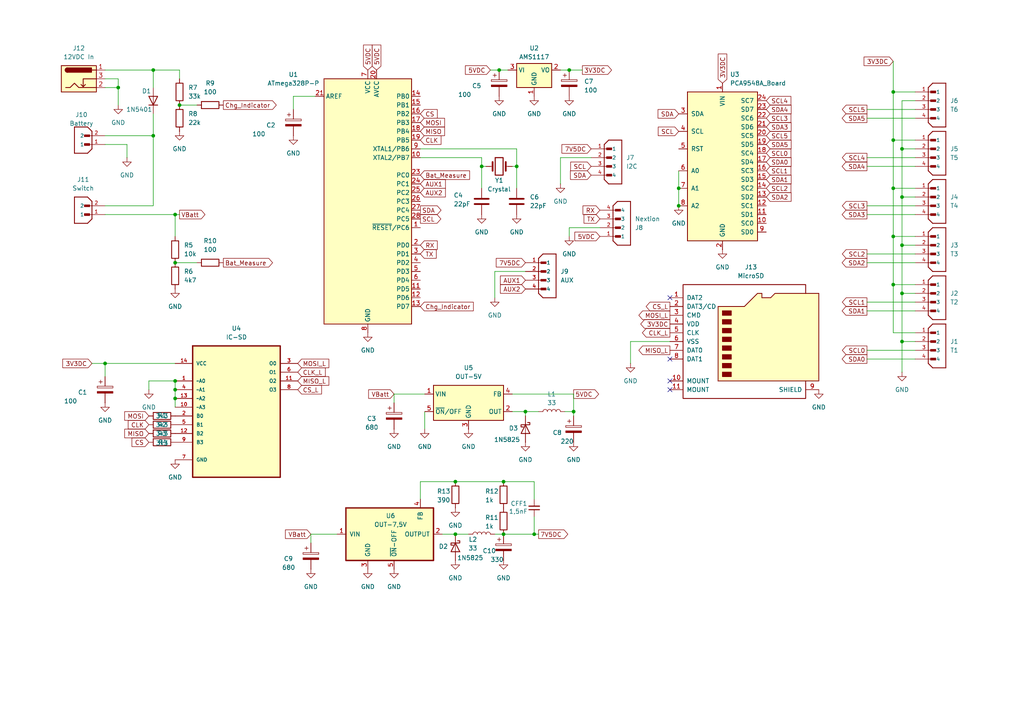
<source format=kicad_sch>
(kicad_sch (version 20231120) (generator "eeschema") (generator_version "8.0")
  (paper "A4")
  (lib_symbols
    (symbol "74VHC125M:74VHC125M" (pin_names (offset 1.016))
      (property "Reference" "U" (at -5.1562 17.8309 0))
      (property "Value" "74VHC125M" (at -4.424 -27.1541 0))
      (symbol "74VHC125M_0_0"
        (pin input line (at -17.78 5.08 0) (length 5.08) (name "~A0") (number "1"))
        (pin input line (at -17.78 -2.54 0) (length 5.08) (name "~A3") (number "10"))
        (pin output line (at 17.78 5.08 180) (length 5.08) (name "O2") (number "11"))
        (pin input line (at -17.78 -10.16 0) (length 5.08) (name "B2") (number "12"))
        (pin input line (at -17.78 0 0) (length 5.08) (name "~A2") (number "13"))
        (pin power_in line (at -17.78 10.16 0) (length 5.08) (name "VCC") (number "14"))
        (pin input line (at -17.78 -5.08 0) (length 5.08) (name "B0") (number "2"))
        (pin output line (at 17.78 10.16 180) (length 5.08) (name "O0") (number "3"))
        (pin input line (at -17.78 2.54 0) (length 5.08) (name "~A1") (number "4"))
        (pin input line (at -17.78 -7.62 0) (length 5.08) (name "B1") (number "5"))
        (pin output line (at 17.78 7.62 180) (length 5.08) (name "O1") (number "6"))
        (pin passive line (at -17.78 -17.78 0) (length 5.08) (name "GND") (number "7"))
        (pin output line (at 17.78 2.54 180) (length 5.08) (name "O3") (number "8"))
        (pin input line (at -17.78 -12.7 0) (length 5.08) (name "B3") (number "9"))
      )
    )
    (symbol "Connector:Barrel_Jack_Switch" (pin_names hide)
      (property "Reference" "J" (at 0 5.334 0))
      (property "Value" "Barrel_Jack_Switch" (at 0 -5.08 0))
      (symbol "Barrel_Jack_Switch_1_1"
        (pin passive line (at 7.62 2.54 180) (length 2.54) (name "~") (number "1"))
        (pin passive line (at 7.62 -2.54 180) (length 2.54) (name "~") (number "2"))
        (pin passive line (at 7.62 0 180) (length 2.54) (name "~") (number "3"))
      )
    )
    (symbol "DM3AT-SF-PEJM5:DM3AT-SF-PEJM5" (pin_names (offset 1.016))
      (property "Reference" "J" (at -10.16 20.828 0))
      (property "Value" "DM3AT-SF-PEJM5" (at -2.54 -17.78 0))
      (symbol "DM3AT-SF-PEJM5_1_1"
        (pin bidirectional line (at -16.51 13.97 0) (length 3.81) (name "DAT2") (number "1"))
        (pin passive line (at -16.51 -10.16 0) (length 3.81) (name "MOUNT") (number "10"))
        (pin passive line (at -16.51 -12.7 0) (length 3.81) (name "MOUNT") (number "11"))
        (pin bidirectional line (at -16.51 11.43 0) (length 3.81) (name "DAT3/CD") (number "2"))
        (pin input line (at -16.51 8.89 0) (length 3.81) (name "CMD") (number "3"))
        (pin power_in line (at -16.51 6.35 0) (length 3.81) (name "VDD") (number "4"))
        (pin input line (at -16.51 3.81 0) (length 3.81) (name "CLK") (number "5"))
        (pin power_in line (at -16.51 1.27 0) (length 3.81) (name "VSS") (number "6"))
        (pin bidirectional line (at -16.51 -1.27 0) (length 3.81) (name "DAT0") (number "7"))
        (pin bidirectional line (at -16.51 -3.81 0) (length 3.81) (name "DAT1") (number "8"))
        (pin passive line (at 26.67 -12.7 180) (length 3.81) (name "SHIELD") (number "9"))
      )
    )
    (symbol "Device:C" (pin_numbers hide) (pin_names (offset 0.254))
      (property "Reference" "C" (at 0.635 2.54 0))
      (property "Value" "C" (at 0.635 -2.54 0))
      (symbol "C_1_1"
        (pin passive line (at 0 3.81 270) (length 2.794) (name "~") (number "1"))
        (pin passive line (at 0 -3.81 90) (length 2.794) (name "~") (number "2"))
      )
    )
    (symbol "Device:C_Polarized" (pin_numbers hide) (pin_names (offset 0.254))
      (property "Reference" "C" (at 0.635 2.54 0))
      (property "Value" "C_Polarized" (at 0.635 -2.54 0))
      (symbol "C_Polarized_1_1"
        (pin passive line (at 0 3.81 270) (length 2.794) (name "~") (number "1"))
        (pin passive line (at 0 -3.81 90) (length 2.794) (name "~") (number "2"))
      )
    )
    (symbol "Device:C_Small" (pin_numbers hide) (pin_names (offset 0.254) hide)
      (property "Reference" "C" (at 0.254 1.778 0))
      (property "Value" "C_Small" (at 0.254 -2.032 0))
      (symbol "C_Small_1_1"
        (pin passive line (at 0 2.54 270) (length 2.032) (name "~") (number "1"))
        (pin passive line (at 0 -2.54 90) (length 2.032) (name "~") (number "2"))
      )
    )
    (symbol "Device:Crystal" (pin_numbers hide) (pin_names (offset 1.016) hide)
      (property "Reference" "Y" (at 0 3.81 0))
      (property "Value" "Crystal" (at 0 -3.81 0))
      (symbol "Crystal_1_1"
        (pin passive line (at -3.81 0 0) (length 1.27) (name "1") (number "1"))
        (pin passive line (at 3.81 0 180) (length 1.27) (name "2") (number "2"))
      )
    )
    (symbol "Device:L" (pin_numbers hide) (pin_names (offset 1.016) hide)
      (property "Reference" "L" (at -1.27 0 90))
      (property "Value" "L" (at 1.905 0 90))
      (symbol "L_1_1"
        (pin passive line (at 0 3.81 270) (length 1.27) (name "1") (number "1"))
        (pin passive line (at 0 -3.81 90) (length 1.27) (name "2") (number "2"))
      )
    )
    (symbol "Device:R" (pin_numbers hide) (pin_names (offset 0))
      (property "Reference" "R" (at 2.032 0 90))
      (property "Value" "R" (at 0 0 90))
      (symbol "R_1_1"
        (pin passive line (at 0 3.81 270) (length 1.27) (name "~") (number "1"))
        (pin passive line (at 0 -3.81 90) (length 1.27) (name "~") (number "2"))
      )
    )
    (symbol "Diode:1N5401" (pin_numbers hide) (pin_names hide)
      (property "Reference" "D" (at 0 2.54 0))
      (property "Value" "1N5401" (at 0 -2.54 0))
      (symbol "1N5401_1_1"
        (pin passive line (at -3.81 0 0) (length 2.54) (name "K") (number "1"))
        (pin passive line (at 3.81 0 180) (length 2.54) (name "A") (number "2"))
      )
    )
    (symbol "Diode:1N5822" (pin_numbers hide) (pin_names (offset 1.016) hide)
      (property "Reference" "D" (at 0 2.54 0))
      (property "Value" "1N5822" (at 0 -2.54 0))
      (symbol "1N5822_1_1"
        (pin passive line (at -3.81 0 0) (length 2.54) (name "K") (number "1"))
        (pin passive line (at 3.81 0 180) (length 2.54) (name "A") (number "2"))
      )
    )
    (symbol "JST2PINFEMALE:B2B-XH-A" (pin_names (offset 1.016))
      (property "Reference" "J" (at -2.54 6.35 0))
      (property "Value" "JST-2PIN" (at -2.54 -5.08 0))
      (symbol "B2B-XH-A_0_0"
        (pin passive line (at -7.62 2.54 0) (length 5.08) (name "1") (number "1"))
        (pin passive line (at -7.62 0 0) (length 5.08) (name "2") (number "2"))
      )
    )
    (symbol "JST4PINFEMALE:B4B-XH-A_LF__SN_" (pin_names (offset 1.016))
      (property "Reference" "J" (at -2.54 6.35 0))
      (property "Value" "JST-4PIN" (at -2.54 -10.16 0))
      (symbol "B4B-XH-A_LF__SN__0_0"
        (pin passive line (at -7.62 2.54 0) (length 5.08) (name "1") (number "1"))
        (pin passive line (at -7.62 0 0) (length 5.08) (name "2") (number "2"))
        (pin passive line (at -7.62 -2.54 0) (length 5.08) (name "3") (number "3"))
        (pin passive line (at -7.62 -5.08 0) (length 5.08) (name "4") (number "4"))
      )
    )
    (symbol "LM2596-ADJ:LM2596T-ADJ_NOPB" (pin_names (offset 1.016))
      (property "Reference" "U" (at -12.7 11.16 0))
      (property "Value" "LM2596T-ADJ" (at -6.35 6.35 0))
      (symbol "LM2596T-ADJ_NOPB_1_0"
        (pin input line (at -15.24 2.54 0) (length 2.54) (name "VIN") (number "1"))
        (pin output line (at 15.24 2.54 180) (length 2.54) (name "OUTPUT") (number "2"))
        (pin power_in line (at -6.35 -7.62 90) (length 2.54) (name "GND") (number "3"))
        (pin input line (at 8.89 12.7 270) (length 2.54) (name "FB") (number "4"))
        (pin input line (at 1.27 -7.62 90) (length 2.54) (name "~{ON}-OFF") (number "5"))
      )
    )
    (symbol "MCU_Microchip_ATmega:ATmega328P-P"
      (property "Reference" "U" (at -12.7 36.83 0))
      (property "Value" "ATmega328P-P" (at 2.54 -36.83 0))
      (symbol "ATmega328P-P_1_1"
        (pin bidirectional line (at 15.24 -7.62 180) (length 2.54) (name "~{RESET}/PC6") (number "1"))
        (pin bidirectional line (at 15.24 12.7 180) (length 2.54) (name "XTAL2/PB7") (number "10"))
        (pin bidirectional line (at 15.24 -25.4 180) (length 2.54) (name "PD5") (number "11"))
        (pin bidirectional line (at 15.24 -27.94 180) (length 2.54) (name "PD6") (number "12"))
        (pin bidirectional line (at 15.24 -30.48 180) (length 2.54) (name "PD7") (number "13"))
        (pin bidirectional line (at 15.24 30.48 180) (length 2.54) (name "PB0") (number "14"))
        (pin bidirectional line (at 15.24 27.94 180) (length 2.54) (name "PB1") (number "15"))
        (pin bidirectional line (at 15.24 25.4 180) (length 2.54) (name "PB2") (number "16"))
        (pin bidirectional line (at 15.24 22.86 180) (length 2.54) (name "PB3") (number "17"))
        (pin bidirectional line (at 15.24 20.32 180) (length 2.54) (name "PB4") (number "18"))
        (pin bidirectional line (at 15.24 17.78 180) (length 2.54) (name "PB5") (number "19"))
        (pin bidirectional line (at 15.24 -12.7 180) (length 2.54) (name "PD0") (number "2"))
        (pin power_in line (at 2.54 38.1 270) (length 2.54) (name "AVCC") (number "20"))
        (pin passive line (at -15.24 30.48 0) (length 2.54) (name "AREF") (number "21"))
        (pin passive line (at 0 -38.1 90) (length 2.54) hide (name "GND") (number "22"))
        (pin bidirectional line (at 15.24 7.62 180) (length 2.54) (name "PC0") (number "23"))
        (pin bidirectional line (at 15.24 5.08 180) (length 2.54) (name "PC1") (number "24"))
        (pin bidirectional line (at 15.24 2.54 180) (length 2.54) (name "PC2") (number "25"))
        (pin bidirectional line (at 15.24 0 180) (length 2.54) (name "PC3") (number "26"))
        (pin bidirectional line (at 15.24 -2.54 180) (length 2.54) (name "PC4") (number "27"))
        (pin bidirectional line (at 15.24 -5.08 180) (length 2.54) (name "PC5") (number "28"))
        (pin bidirectional line (at 15.24 -15.24 180) (length 2.54) (name "PD1") (number "3"))
        (pin bidirectional line (at 15.24 -17.78 180) (length 2.54) (name "PD2") (number "4"))
        (pin bidirectional line (at 15.24 -20.32 180) (length 2.54) (name "PD3") (number "5"))
        (pin bidirectional line (at 15.24 -22.86 180) (length 2.54) (name "PD4") (number "6"))
        (pin power_in line (at 0 38.1 270) (length 2.54) (name "VCC") (number "7"))
        (pin power_in line (at 0 -38.1 90) (length 2.54) (name "GND") (number "8"))
        (pin bidirectional line (at 15.24 15.24 180) (length 2.54) (name "XTAL1/PB6") (number "9"))
      )
    )
    (symbol "PCA9548A:PCA9548A" (pin_names (offset 1.016))
      (property "Reference" "U" (at -9.398 22.098 0))
      (property "Value" "PCA9548A_Board" (at -19.05 24.13 0))
      (symbol "PCA9548A_1_0"
        (pin power_in line (at 0 24.13 270) (length 2.54) (name "VIN") (number "1"))
        (pin bidirectional line (at 12.7 -16.51 180) (length 2.54) (name "SC0") (number "10"))
        (pin bidirectional line (at 12.7 -13.97 180) (length 2.54) (name "SD1") (number "11"))
        (pin bidirectional line (at 12.7 -11.43 180) (length 2.54) (name "SC1") (number "12"))
        (pin bidirectional line (at 12.7 -8.89 180) (length 2.54) (name "SD2") (number "13"))
        (pin bidirectional line (at 12.7 -6.35 180) (length 2.54) (name "SC2") (number "14"))
        (pin bidirectional line (at 12.7 -3.81 180) (length 2.54) (name "SD3") (number "15"))
        (pin bidirectional line (at 12.7 -1.27 180) (length 2.54) (name "SC3") (number "16"))
        (pin bidirectional line (at 12.7 1.27 180) (length 2.54) (name "SD4") (number "17"))
        (pin bidirectional line (at 12.7 3.81 180) (length 2.54) (name "SC4") (number "18"))
        (pin bidirectional line (at 12.7 6.35 180) (length 2.54) (name "SD5") (number "19"))
        (pin power_in line (at 0 -24.13 90) (length 2.54) (name "GND") (number "2"))
        (pin bidirectional line (at 12.7 8.89 180) (length 2.54) (name "SC5") (number "20"))
        (pin bidirectional line (at 12.7 11.43 180) (length 2.54) (name "SD6") (number "21"))
        (pin bidirectional line (at 12.7 13.97 180) (length 2.54) (name "SC6") (number "22"))
        (pin bidirectional line (at 12.7 16.51 180) (length 2.54) (name "SD7") (number "23"))
        (pin bidirectional line (at 12.7 19.05 180) (length 2.54) (name "SC7") (number "24"))
        (pin bidirectional line (at -12.7 15.24 0) (length 2.54) (name "SDA") (number "3"))
        (pin bidirectional line (at -12.7 10.16 0) (length 2.54) (name "SCL") (number "4"))
        (pin bidirectional line (at -12.7 5.08 0) (length 2.54) (name "RST") (number "5"))
        (pin input line (at -12.7 -1.27 0) (length 2.54) (name "A0") (number "6"))
        (pin input line (at -12.7 -6.35 0) (length 2.54) (name "A1") (number "7"))
        (pin input line (at -12.7 -11.43 0) (length 2.54) (name "A2") (number "8"))
        (pin bidirectional line (at 12.7 -19.05 180) (length 2.54) (name "SD0") (number "9"))
      )
    )
    (symbol "Regulator_Linear:AMS1117-3.3"
      (property "Reference" "U" (at -3.81 3.175 0))
      (property "Value" "AMS1117-3.3" (at 0 3.175 0))
      (symbol "AMS1117-3.3_1_1"
        (pin power_in line (at 0 -7.62 90) (length 2.54) (name "GND") (number "1"))
        (pin power_out line (at 7.62 0 180) (length 2.54) (name "VO") (number "2"))
        (pin power_in line (at -7.62 0 0) (length 2.54) (name "VI") (number "3"))
      )
    )
    (symbol "Regulator_Switching:LM2596T-5"
      (property "Reference" "U" (at -10.16 6.35 0))
      (property "Value" "LM2596T-5" (at 0 6.35 0))
      (symbol "LM2596T-5_1_1"
        (pin power_in line (at -12.7 2.54 0) (length 2.54) (name "VIN") (number "1"))
        (pin output line (at 12.7 -2.54 180) (length 2.54) (name "OUT") (number "2"))
        (pin power_in line (at 0 -7.62 90) (length 2.54) (name "GND") (number "3"))
        (pin input line (at 12.7 2.54 180) (length 2.54) (name "FB") (number "4"))
        (pin input line (at -12.7 -2.54 0) (length 2.54) (name "~{ON}/OFF") (number "5"))
      )
    )
    (symbol "power:GND" (power) (pin_numbers hide) (pin_names (offset 0) hide)
      (property "Value" "GND" (at 0 -3.81 0))
      (symbol "GND_1_1"
        (pin power_in line (at 0 0 270) (length 0) (name "~") (number "1"))
      )
    )
  )
  (junction (at 259.08 82.55))
  (junction (at 259.08 54.61))
  (junction (at 50.8 110.49))
  (junction (at 166.37 119.38))
  (junction (at 261.62 71.12))
  (junction (at 259.08 68.58))
  (junction (at 139.7 48.26))
  (junction (at 50.8 115.57))
  (junction (at 165.1 20.32))
  (junction (at 261.62 57.15))
  (junction (at 132.08 154.94))
  (junction (at 44.45 39.37))
  (junction (at 259.08 26.67))
  (junction (at 261.62 85.09))
  (junction (at 261.62 43.18))
  (junction (at 52.07 30.48))
  (junction (at 50.8 76.2))
  (junction (at 146.05 139.7))
  (junction (at 261.62 99.06))
  (junction (at 50.8 62.23))
  (junction (at 152.4 119.38))
  (junction (at 146.05 154.94))
  (junction (at 30.48 105.41))
  (junction (at 44.45 20.32))
  (junction (at 196.85 54.61))
  (junction (at 144.78 20.32))
  (junction (at 132.08 139.7))
  (junction (at 196.85 59.69))
  (junction (at 34.29 25.4))
  (junction (at 259.08 40.64))
  (junction (at 149.86 48.26))
  (junction (at 154.94 154.94))
  (junction (at 50.8 113.03))
  (no_connect (at 194.31 104.14))
  (no_connect (at 194.31 86.36))
  (no_connect (at 194.31 110.49))
  (no_connect (at 194.31 113.03))
  (wire (pts (xy 251.46 62.23) (xy 265.43 62.23)))
  (wire (pts (xy 34.29 25.4) (xy 34.29 30.48)))
  (wire (pts (xy 165.1 66.04) (xy 173.99 66.04)))
  (wire (pts (xy 43.18 110.49) (xy 43.18 113.03)))
  (wire (pts (xy 34.29 22.86) (xy 34.29 25.4)))
  (wire (pts (xy 26.67 105.41) (xy 30.48 105.41)))
  (wire (pts (xy 259.08 26.67) (xy 265.43 26.67)))
  (wire (pts (xy 50.8 110.49) (xy 50.8 113.03)))
  (wire (pts (xy 261.62 57.15) (xy 265.43 57.15)))
  (wire (pts (xy 154.94 154.94) (xy 146.05 154.94)))
  (wire (pts (xy 265.43 68.58) (xy 259.08 68.58)))
  (wire (pts (xy 123.19 124.46) (xy 123.19 119.38)))
  (wire (pts (xy 85.09 27.94) (xy 91.44 27.94)))
  (wire (pts (xy 52.07 20.32) (xy 52.07 22.86)))
  (wire (pts (xy 132.08 154.94) (xy 135.89 154.94)))
  (wire (pts (xy 139.7 48.26) (xy 140.97 48.26)))
  (wire (pts (xy 85.09 31.75) (xy 85.09 27.94)))
  (wire (pts (xy 44.45 25.4) (xy 44.45 20.32)))
  (wire (pts (xy 259.08 82.55) (xy 259.08 68.58)))
  (wire (pts (xy 251.46 101.6) (xy 265.43 101.6)))
  (wire (pts (xy 251.46 87.63) (xy 265.43 87.63)))
  (wire (pts (xy 251.46 90.17) (xy 265.43 90.17)))
  (wire (pts (xy 251.46 31.75) (xy 265.43 31.75)))
  (wire (pts (xy 261.62 43.18) (xy 265.43 43.18)))
  (wire (pts (xy 154.94 149.86) (xy 154.94 154.94)))
  (wire (pts (xy 142.24 20.32) (xy 144.78 20.32)))
  (wire (pts (xy 251.46 73.66) (xy 265.43 73.66)))
  (wire (pts (xy 121.92 43.18) (xy 149.86 43.18)))
  (wire (pts (xy 162.56 20.32) (xy 165.1 20.32)))
  (wire (pts (xy 265.43 82.55) (xy 259.08 82.55)))
  (wire (pts (xy 162.56 53.34) (xy 162.56 45.72)))
  (wire (pts (xy 149.86 43.18) (xy 149.86 48.26)))
  (wire (pts (xy 196.85 49.53) (xy 196.85 54.61)))
  (wire (pts (xy 261.62 71.12) (xy 265.43 71.12)))
  (wire (pts (xy 261.62 85.09) (xy 265.43 85.09)))
  (wire (pts (xy 30.48 20.32) (xy 44.45 20.32)))
  (wire (pts (xy 165.1 20.32) (xy 168.91 20.32)))
  (wire (pts (xy 261.62 99.06) (xy 265.43 99.06)))
  (wire (pts (xy 43.18 110.49) (xy 50.8 110.49)))
  (wire (pts (xy 50.8 76.2) (xy 57.15 76.2)))
  (wire (pts (xy 30.48 59.69) (xy 44.45 59.69)))
  (wire (pts (xy 251.46 34.29) (xy 265.43 34.29)))
  (wire (pts (xy 139.7 54.61) (xy 139.7 48.26)))
  (wire (pts (xy 261.62 57.15) (xy 261.62 71.12)))
  (wire (pts (xy 259.08 40.64) (xy 259.08 54.61)))
  (wire (pts (xy 50.8 115.57) (xy 50.8 118.11)))
  (wire (pts (xy 261.62 99.06) (xy 261.62 107.95)))
  (wire (pts (xy 251.46 104.14) (xy 265.43 104.14)))
  (wire (pts (xy 143.51 78.74) (xy 152.4 78.74)))
  (wire (pts (xy 162.56 45.72) (xy 171.45 45.72)))
  (wire (pts (xy 251.46 48.26) (xy 265.43 48.26)))
  (wire (pts (xy 30.48 22.86) (xy 34.29 22.86)))
  (wire (pts (xy 50.8 62.23) (xy 50.8 68.58)))
  (wire (pts (xy 259.08 40.64) (xy 259.08 26.67)))
  (wire (pts (xy 90.17 157.48) (xy 90.17 154.94)))
  (wire (pts (xy 121.92 139.7) (xy 121.92 144.78)))
  (wire (pts (xy 30.48 62.23) (xy 50.8 62.23)))
  (wire (pts (xy 259.08 17.78) (xy 259.08 26.67)))
  (wire (pts (xy 148.59 114.3) (xy 166.37 114.3)))
  (wire (pts (xy 44.45 59.69) (xy 44.45 39.37)))
  (wire (pts (xy 36.83 41.91) (xy 30.48 41.91)))
  (wire (pts (xy 259.08 96.52) (xy 259.08 82.55)))
  (wire (pts (xy 163.83 119.38) (xy 166.37 119.38)))
  (wire (pts (xy 44.45 20.32) (xy 52.07 20.32)))
  (wire (pts (xy 30.48 25.4) (xy 34.29 25.4)))
  (wire (pts (xy 261.62 43.18) (xy 261.62 57.15)))
  (wire (pts (xy 152.4 119.38) (xy 152.4 120.65)))
  (wire (pts (xy 139.7 45.72) (xy 139.7 48.26)))
  (wire (pts (xy 182.88 105.41) (xy 182.88 99.06)))
  (wire (pts (xy 30.48 105.41) (xy 50.8 105.41)))
  (wire (pts (xy 251.46 76.2) (xy 265.43 76.2)))
  (wire (pts (xy 132.08 139.7) (xy 121.92 139.7)))
  (wire (pts (xy 261.62 71.12) (xy 261.62 85.09)))
  (wire (pts (xy 52.07 30.48) (xy 57.15 30.48)))
  (wire (pts (xy 259.08 54.61) (xy 259.08 68.58)))
  (wire (pts (xy 146.05 154.94) (xy 143.51 154.94)))
  (wire (pts (xy 149.86 54.61) (xy 149.86 48.26)))
  (wire (pts (xy 265.43 29.21) (xy 261.62 29.21)))
  (wire (pts (xy 261.62 29.21) (xy 261.62 43.18)))
  (wire (pts (xy 128.27 154.94) (xy 132.08 154.94)))
  (wire (pts (xy 165.1 68.58) (xy 165.1 66.04)))
  (wire (pts (xy 166.37 114.3) (xy 166.37 119.38)))
  (wire (pts (xy 154.94 139.7) (xy 146.05 139.7)))
  (wire (pts (xy 50.8 62.23) (xy 52.07 62.23)))
  (wire (pts (xy 196.85 54.61) (xy 196.85 59.69)))
  (wire (pts (xy 132.08 139.7) (xy 146.05 139.7)))
  (wire (pts (xy 261.62 85.09) (xy 261.62 99.06)))
  (wire (pts (xy 156.21 154.94) (xy 154.94 154.94)))
  (wire (pts (xy 114.3 114.3) (xy 123.19 114.3)))
  (wire (pts (xy 90.17 154.94) (xy 97.79 154.94)))
  (wire (pts (xy 152.4 119.38) (xy 156.21 119.38)))
  (wire (pts (xy 144.78 20.32) (xy 147.32 20.32)))
  (wire (pts (xy 251.46 59.69) (xy 265.43 59.69)))
  (wire (pts (xy 148.59 119.38) (xy 152.4 119.38)))
  (wire (pts (xy 149.86 48.26) (xy 148.59 48.26)))
  (wire (pts (xy 139.7 45.72) (xy 121.92 45.72)))
  (wire (pts (xy 143.51 86.36) (xy 143.51 78.74)))
  (wire (pts (xy 44.45 39.37) (xy 30.48 39.37)))
  (wire (pts (xy 182.88 99.06) (xy 194.31 99.06)))
  (wire (pts (xy 265.43 54.61) (xy 259.08 54.61)))
  (wire (pts (xy 36.83 41.91) (xy 36.83 45.72)))
  (wire (pts (xy 265.43 96.52) (xy 259.08 96.52)))
  (wire (pts (xy 154.94 144.78) (xy 154.94 139.7)))
  (wire (pts (xy 50.8 113.03) (xy 50.8 115.57)))
  (wire (pts (xy 251.46 45.72) (xy 265.43 45.72)))
  (wire (pts (xy 166.37 119.38) (xy 166.37 120.65)))
  (wire (pts (xy 114.3 116.84) (xy 114.3 114.3)))
  (wire (pts (xy 30.48 109.22) (xy 30.48 105.41)))
  (wire (pts (xy 265.43 40.64) (xy 259.08 40.64)))
  (wire (pts (xy 44.45 33.02) (xy 44.45 39.37)))
  (global_label "MISO_L" (shape output) (at 194.31 101.6 180) (property "Intersheetrefs" "${INTERSHEET_REFS}" (effects (hide yes))))
  (global_label "AUX1" (shape input) (at 121.92 53.34 0) (property "Intersheetrefs" "${INTERSHEET_REFS}" (effects (hide yes))))
  (global_label "SCL1" (shape output) (at 251.46 87.63 180) (property "Intersheetrefs" "${INTERSHEET_REFS}" (effects (hide yes))))
  (global_label "SCL" (shape input) (at 171.45 48.26 180) (property "Intersheetrefs" "${INTERSHEET_REFS}" (effects (hide yes))))
  (global_label "SCL4" (shape input) (at 222.25 29.21 0) (property "Intersheetrefs" "${INTERSHEET_REFS}" (effects (hide yes))))
  (global_label "AUX1" (shape input) (at 152.4 81.28 180) (property "Intersheetrefs" "${INTERSHEET_REFS}" (effects (hide yes))))
  (global_label "3V3DC" (shape output) (at 168.91 20.32 0) (property "Intersheetrefs" "${INTERSHEET_REFS}" (effects (hide yes))))
  (global_label "5VDC" (shape input) (at 106.68 20.32 90) (property "Intersheetrefs" "${INTERSHEET_REFS}" (effects (hide yes))))
  (global_label "5VDC" (shape input) (at 173.99 68.58 180) (property "Intersheetrefs" "${INTERSHEET_REFS}" (effects (hide yes))))
  (global_label "RX" (shape input) (at 121.92 71.12 0) (property "Intersheetrefs" "${INTERSHEET_REFS}" (effects (hide yes))))
  (global_label "7V5DC" (shape input) (at 152.4 76.2 180) (property "Intersheetrefs" "${INTERSHEET_REFS}" (effects (hide yes))))
  (global_label "SCL3" (shape input) (at 222.25 34.29 0) (property "Intersheetrefs" "${INTERSHEET_REFS}" (effects (hide yes))))
  (global_label "RX" (shape input) (at 173.99 60.96 180) (property "Intersheetrefs" "${INTERSHEET_REFS}" (effects (hide yes))))
  (global_label "SDA" (shape input) (at 171.45 50.8 180) (property "Intersheetrefs" "${INTERSHEET_REFS}" (effects (hide yes))))
  (global_label "AUX2" (shape input) (at 121.92 55.88 0) (property "Intersheetrefs" "${INTERSHEET_REFS}" (effects (hide yes))))
  (global_label "SDA3" (shape output) (at 251.46 62.23 180) (property "Intersheetrefs" "${INTERSHEET_REFS}" (effects (hide yes))))
  (global_label "CS" (shape input) (at 121.92 33.02 0) (property "Intersheetrefs" "${INTERSHEET_REFS}" (effects (hide yes))))
  (global_label "SDA" (shape input) (at 196.85 33.02 180) (property "Intersheetrefs" "${INTERSHEET_REFS}" (effects (hide yes))))
  (global_label "3V3DC" (shape input) (at 26.67 105.41 180) (property "Intersheetrefs" "${INTERSHEET_REFS}" (effects (hide yes))))
  (global_label "MOSI_L" (shape input) (at 86.36 105.41 0) (property "Intersheetrefs" "${INTERSHEET_REFS}" (effects (hide yes))))
  (global_label "5VDC" (shape output) (at 166.37 114.3 0) (property "Intersheetrefs" "${INTERSHEET_REFS}" (effects (hide yes))))
  (global_label "Chg_Indicator" (shape output) (at 64.77 30.48 0) (property "Intersheetrefs" "${INTERSHEET_REFS}" (effects (hide yes))))
  (global_label "CLK_L" (shape output) (at 194.31 96.52 180) (property "Intersheetrefs" "${INTERSHEET_REFS}" (effects (hide yes))))
  (global_label "7V5DC" (shape output) (at 156.21 154.94 0) (property "Intersheetrefs" "${INTERSHEET_REFS}" (effects (hide yes))))
  (global_label "TX" (shape input) (at 173.99 63.5 180) (property "Intersheetrefs" "${INTERSHEET_REFS}" (effects (hide yes))))
  (global_label "SCL4" (shape output) (at 251.46 45.72 180) (property "Intersheetrefs" "${INTERSHEET_REFS}" (effects (hide yes))))
  (global_label "SDA5" (shape input) (at 222.25 41.91 0) (property "Intersheetrefs" "${INTERSHEET_REFS}" (effects (hide yes))))
  (global_label "MOSI_L" (shape output) (at 194.31 91.44 180) (property "Intersheetrefs" "${INTERSHEET_REFS}" (effects (hide yes))))
  (global_label "SDA3" (shape input) (at 222.25 36.83 0) (property "Intersheetrefs" "${INTERSHEET_REFS}" (effects (hide yes))))
  (global_label "SCL0" (shape input) (at 222.25 44.45 0) (property "Intersheetrefs" "${INTERSHEET_REFS}" (effects (hide yes))))
  (global_label "TX" (shape input) (at 121.92 73.66 0) (property "Intersheetrefs" "${INTERSHEET_REFS}" (effects (hide yes))))
  (global_label "CLK" (shape input) (at 121.92 40.64 0) (property "Intersheetrefs" "${INTERSHEET_REFS}" (effects (hide yes))))
  (global_label "VBatt" (shape output) (at 52.07 62.23 0) (property "Intersheetrefs" "${INTERSHEET_REFS}" (effects (hide yes))))
  (global_label "SCL2" (shape output) (at 251.46 73.66 180) (property "Intersheetrefs" "${INTERSHEET_REFS}" (effects (hide yes))))
  (global_label "SDA0" (shape output) (at 251.46 104.14 180) (property "Intersheetrefs" "${INTERSHEET_REFS}" (effects (hide yes))))
  (global_label "SDA4" (shape input) (at 222.25 31.75 0) (property "Intersheetrefs" "${INTERSHEET_REFS}" (effects (hide yes))))
  (global_label "SCL2" (shape input) (at 222.25 54.61 0) (property "Intersheetrefs" "${INTERSHEET_REFS}" (effects (hide yes))))
  (global_label "Chg_Indicator" (shape input) (at 121.92 88.9 0) (property "Intersheetrefs" "${INTERSHEET_REFS}" (effects (hide yes))))
  (global_label "CLK" (shape input) (at 43.18 123.19 180) (property "Intersheetrefs" "${INTERSHEET_REFS}" (effects (hide yes))))
  (global_label "CS_L" (shape output) (at 194.31 88.9 180) (property "Intersheetrefs" "${INTERSHEET_REFS}" (effects (hide yes))))
  (global_label "MISO" (shape input) (at 43.18 125.73 180) (property "Intersheetrefs" "${INTERSHEET_REFS}" (effects (hide yes))))
  (global_label "SDA5" (shape output) (at 251.46 34.29 180) (property "Intersheetrefs" "${INTERSHEET_REFS}" (effects (hide yes))))
  (global_label "MOSI" (shape input) (at 121.92 35.56 0) (property "Intersheetrefs" "${INTERSHEET_REFS}" (effects (hide yes))))
  (global_label "SCL5" (shape output) (at 251.46 31.75 180) (property "Intersheetrefs" "${INTERSHEET_REFS}" (effects (hide yes))))
  (global_label "VBatt" (shape input) (at 90.17 154.94 180) (property "Intersheetrefs" "${INTERSHEET_REFS}" (effects (hide yes))))
  (global_label "7V5DC" (shape input) (at 171.45 43.18 180) (property "Intersheetrefs" "${INTERSHEET_REFS}" (effects (hide yes))))
  (global_label "SDA2" (shape output) (at 251.46 76.2 180) (property "Intersheetrefs" "${INTERSHEET_REFS}" (effects (hide yes))))
  (global_label "SDA1" (shape output) (at 251.46 90.17 180) (property "Intersheetrefs" "${INTERSHEET_REFS}" (effects (hide yes))))
  (global_label "Bat_Measure" (shape input) (at 121.92 50.8 0) (property "Intersheetrefs" "${INTERSHEET_REFS}" (effects (hide yes))))
  (global_label "SCL0" (shape output) (at 251.46 101.6 180) (property "Intersheetrefs" "${INTERSHEET_REFS}" (effects (hide yes))))
  (global_label "CS_L" (shape input) (at 86.36 113.03 0) (property "Intersheetrefs" "${INTERSHEET_REFS}" (effects (hide yes))))
  (global_label "SCL1" (shape input) (at 222.25 49.53 0) (property "Intersheetrefs" "${INTERSHEET_REFS}" (effects (hide yes))))
  (global_label "5VDC" (shape input) (at 142.24 20.32 180) (property "Intersheetrefs" "${INTERSHEET_REFS}" (effects (hide yes))))
  (global_label "MISO_L" (shape input) (at 86.36 110.49 0) (property "Intersheetrefs" "${INTERSHEET_REFS}" (effects (hide yes))))
  (global_label "SCL" (shape output) (at 121.92 63.5 0) (property "Intersheetrefs" "${INTERSHEET_REFS}" (effects (hide yes))))
  (global_label "3V3DC" (shape input) (at 259.08 17.78 180) (property "Intersheetrefs" "${INTERSHEET_REFS}" (effects (hide yes))))
  (global_label "AUX2" (shape input) (at 152.4 83.82 180) (property "Intersheetrefs" "${INTERSHEET_REFS}" (effects (hide yes))))
  (global_label "VBatt" (shape input) (at 114.3 114.3 180) (property "Intersheetrefs" "${INTERSHEET_REFS}" (effects (hide yes))))
  (global_label "SDA1" (shape input) (at 222.25 52.07 0) (property "Intersheetrefs" "${INTERSHEET_REFS}" (effects (hide yes))))
  (global_label "5VDC" (shape input) (at 109.22 20.32 90) (property "Intersheetrefs" "${INTERSHEET_REFS}" (effects (hide yes))))
  (global_label "CLK_L" (shape input) (at 86.36 107.95 0) (property "Intersheetrefs" "${INTERSHEET_REFS}" (effects (hide yes))))
  (global_label "SDA" (shape output) (at 121.92 60.96 0) (property "Intersheetrefs" "${INTERSHEET_REFS}" (effects (hide yes))))
  (global_label "SDA4" (shape output) (at 251.46 48.26 180) (property "Intersheetrefs" "${INTERSHEET_REFS}" (effects (hide yes))))
  (global_label "SCL5" (shape input) (at 222.25 39.37 0) (property "Intersheetrefs" "${INTERSHEET_REFS}" (effects (hide yes))))
  (global_label "Bat_Measure" (shape output) (at 64.77 76.2 0) (property "Intersheetrefs" "${INTERSHEET_REFS}" (effects (hide yes))))
  (global_label "SDA0" (shape input) (at 222.25 46.99 0) (property "Intersheetrefs" "${INTERSHEET_REFS}" (effects (hide yes))))
  (global_label "CS" (shape input) (at 43.18 128.27 180) (property "Intersheetrefs" "${INTERSHEET_REFS}" (effects (hide yes))))
  (global_label "SDA2" (shape input) (at 222.25 57.15 0) (property "Intersheetrefs" "${INTERSHEET_REFS}" (effects (hide yes))))
  (global_label "3V3DC" (shape input) (at 209.55 24.13 90) (property "Intersheetrefs" "${INTERSHEET_REFS}" (effects (hide yes))))
  (global_label "SCL3" (shape output) (at 251.46 59.69 180) (property "Intersheetrefs" "${INTERSHEET_REFS}" (effects (hide yes))))
  (global_label "3V3DC" (shape output) (at 194.31 93.98 180) (property "Intersheetrefs" "${INTERSHEET_REFS}" (effects (hide yes))))
  (global_label "SCL" (shape input) (at 196.85 38.1 180) (property "Intersheetrefs" "${INTERSHEET_REFS}" (effects (hide yes))))
  (global_label "MISO" (shape input) (at 121.92 38.1 0) (property "Intersheetrefs" "${INTERSHEET_REFS}" (effects (hide yes))))
  (global_label "MOSI" (shape input) (at 43.18 120.65 180) (property "Intersheetrefs" "${INTERSHEET_REFS}" (effects (hide yes))))
  (symbol (lib_id "JST4PINFEMALE:B4B-XH-A_LF__SN_") (at 273.05 57.15 0) (unit 1)
    (property "Reference" "J4" (at 275.59 57.1499 0) (effects (justify left)))
    (property "Value" "T4" (at 275.59 59.6899 0) (effects (justify left)))
    (property "Footprint" "Project_Fania_Ersa:JST_B4B-XH-A_LF__SN_" (effects (hide yes)))
  )
  (symbol (lib_id "Device:C_Polarized") (at 144.78 24.13 0) (unit 1)
    (property "Reference" "C5" (at 136.906 24.892 0) (effects (justify left)))
    (property "Value" "100" (at 132.842 27.432 0) (effects (justify left)))
    (property "Footprint" "Capacitor_THT:C_Radial_D5.0mm_H11.0mm_P2.00mm" (effects (hide yes)))
    (property "Description" "Polarized capacitor" (effects (hide yes)))
  )
  (symbol (lib_id "power:GND") (at 152.4 128.27 0) (mirror y) (unit 1)
    (property "Reference" "#PWR017" (effects (hide yes)))
    (property "Value" "GND" (at 152.4 133.35 0))
    (property "Description" "Power symbol creates a global label with name \"GND\" , ground" (effects (hide yes)))
  )
  (symbol (lib_id "power:GND") (at 144.78 27.94 0) (unit 1)
    (property "Reference" "#PWR015" (effects (hide yes)))
    (property "Value" "GND" (at 144.78 33.02 0))
    (property "Description" "Power symbol creates a global label with name \"GND\" , ground" (effects (hide yes)))
  )
  (symbol (lib_id "JST4PINFEMALE:B4B-XH-A_LF__SN_") (at 179.07 45.72 0) (unit 1)
    (property "Reference" "J7" (at 181.61 45.7199 0) (effects (justify left)))
    (property "Value" "I2C" (at 181.61 48.2599 0) (effects (justify left)))
    (property "Footprint" "Project_Fania_Ersa:JST_B4B-XH-A_LF__SN_" (effects (hide yes)))
  )
  (symbol (lib_id "Device:L") (at 139.7 154.94 90) (unit 1)
    (property "Reference" "L2" (at 137.16 156.464 90))
    (property "Value" "33" (at 137.16 159.004 90))
    (property "Footprint" "Inductor_THT:L_Radial_D6.0mm_P4.00mm" (effects (hide yes)))
    (property "Description" "Inductor" (effects (hide yes)))
  )
  (symbol (lib_id "74VHC125M:74VHC125M") (at 68.58 115.57 0) (unit 1)
    (property "Reference" "U4" (at 68.58 95.25 0))
    (property "Value" "IC-SD" (at 68.58 97.79 0))
    (property "Footprint" "Project_Fania_Ersa:SOIC127P600X175-14N" (effects (hide yes)))
    (property "MF" "ON Semiconductor" (effects (hide yes)))
    (property "Description_1" "\nBuffer, Non-Inverting 4 Element 1 Bit per Element 3-State Output 14-TSSOP\n" (effects (hide yes)))
    (property "PACKAGE" "SOIC-14" (effects (hide yes)))
    (property "MPN" "74VHC125M" (effects (hide yes)))
    (property "Price" "None" (effects (hide yes)))
    (property "Package" "SOIC-14 ON Semiconductor" (effects (hide yes)))
    (property "OC_FARNELL" "1014113" (effects (hide yes)))
    (property "SnapEDA_Link" "https://www.snapeda.com/parts/74VHC125M/Onsemi/view-part/?ref=snap" (effects (hide yes)))
    (property "MP" "74VHC125M" (effects (hide yes)))
    (property "SUPPLIER" "Fairchild" (effects (hide yes)))
    (property "OC_NEWARK" "83C5570" (effects (hide yes)))
    (property "Availability" "In Stock" (effects (hide yes)))
    (property "Check_prices" "https://www.snapeda.com/parts/74VHC125M/Onsemi/view-part/?ref=eda" (effects (hide yes)))
  )
  (symbol (lib_id "JST4PINFEMALE:B4B-XH-A_LF__SN_") (at 273.05 99.06 0) (unit 1)
    (property "Reference" "J1" (at 275.59 99.0599 0) (effects (justify left)))
    (property "Value" "T1" (at 275.59 101.5999 0) (effects (justify left)))
    (property "Footprint" "Project_Fania_Ersa:JST_B4B-XH-A_LF__SN_" (effects (hide yes)))
  )
  (symbol (lib_id "MCU_Microchip_ATmega:ATmega328P-P") (at 106.68 58.42 0) (unit 1)
    (property "Reference" "U1" (at 85.09 21.6214 0))
    (property "Value" "ATmega328P-P" (at 85.09 24.1614 0))
    (property "Footprint" "Package_DIP:DIP-28_W7.62mm" (effects (hide yes)))
    (property "Datasheet" "http://ww1.microchip.com/downloads/en/DeviceDoc/ATmega328_P%20AVR%20MCU%20with%20picoPower%20Technology%20Data%20Sheet%2040001984A.pdf" (effects (hide yes)))
    (property "Description" "20MHz, 32kB Flash, 2kB SRAM, 1kB EEPROM, DIP-28" (effects (hide yes)))
  )
  (symbol (lib_id "JST4PINFEMALE:B4B-XH-A_LF__SN_") (at 181.61 66.04 0) (mirror x) (unit 1)
    (property "Reference" "J8" (at 184.15 66.0401 0) (effects (justify left)))
    (property "Value" "Nextion" (at 184.15 63.5001 0) (effects (justify left)))
    (property "Footprint" "Project_Fania_Ersa:JST_B4B-XH-A_LF__SN_" (effects (hide yes)))
  )
  (symbol (lib_id "LM2596-ADJ:LM2596T-ADJ_NOPB") (at 113.03 157.48 0) (unit 1)
    (property "Reference" "U6" (at 113.284 149.606 0))
    (property "Value" "OUT-7,5V" (at 113.284 152.146 0))
    (property "Footprint" "Package_TO_SOT_THT:TO-220-5_P3.4x3.7mm_StaggerOdd_Lead3.8mm_Vertical" (effects (hide yes)))
    (property "MF" "Texas Instruments" (effects (hide yes)))
    (property "Description_1" "\nSIMPLE SWITCHER&reg; 4.5V to 40V, 3A Low Component Count Step-Down Regulator\n" (effects (hide yes)))
    (property "Package" "TO-220-5 Texas Instruments" (effects (hide yes)))
    (property "Price" "None" (effects (hide yes)))
    (property "SnapEDA_Link" "https://www.snapeda.com/parts/LM2596T-ADJ/NOPB/Texas+Instruments/view-part/?ref=snap" (effects (hide yes)))
    (property "MP" "LM2596T-ADJ/NOPB" (effects (hide yes)))
    (property "Availability" "In Stock" (effects (hide yes)))
    (property "Check_prices" "https://www.snapeda.com/parts/LM2596T-ADJ/NOPB/Texas+Instruments/view-part/?ref=eda" (effects (hide yes)))
  )
  (symbol (lib_id "Connector:Barrel_Jack_Switch") (at 22.86 22.86 0) (unit 1)
    (property "Reference" "J12" (at 22.86 13.97 0))
    (property "Value" "12VDC In" (at 22.86 16.51 0))
    (property "Footprint" "Connector_BarrelJack:BarrelJack_Horizontal" (effects (hide yes)))
    (property "Description" "DC Barrel Jack with an internal switch" (effects (hide yes)))
  )
  (symbol (lib_id "power:GND") (at 50.8 83.82 0) (unit 1)
    (property "Reference" "#PWR05" (effects (hide yes)))
    (property "Value" "GND" (at 50.8 88.9 0))
    (property "Description" "Power symbol creates a global label with name \"GND\" , ground" (effects (hide yes)))
  )
  (symbol (lib_id "power:GND") (at 165.1 68.58 0) (unit 1)
    (property "Reference" "#PWR021" (effects (hide yes)))
    (property "Value" "GND" (at 165.1 73.66 0))
    (property "Description" "Power symbol creates a global label with name \"GND\" , ground" (effects (hide yes)))
  )
  (symbol (lib_id "Device:R") (at 46.99 125.73 90) (unit 1)
    (property "Reference" "R3" (at 46.99 125.73 90))
    (property "Value" "3k3" (at 46.99 125.73 90))
    (property "Footprint" "Resistor_THT:R_Axial_DIN0207_L6.3mm_D2.5mm_P10.16mm_Horizontal" (effects (hide yes)))
    (property "Description" "Resistor" (effects (hide yes)))
  )
  (symbol (lib_id "power:GND") (at 261.62 107.95 0) (unit 1)
    (property "Reference" "#PWR027" (effects (hide yes)))
    (property "Value" "GND" (at 261.62 113.03 0))
    (property "Description" "Power symbol creates a global label with name \"GND\" , ground" (effects (hide yes)))
  )
  (symbol (lib_id "Diode:1N5822") (at 152.4 124.46 270) (unit 1)
    (property "Reference" "D3" (at 147.574 124.206 90) (effects (justify left)))
    (property "Value" "1N5825" (at 143.256 127.508 90) (effects (justify left)))
    (property "Footprint" "Project_Fania_Ersa:D_DO-201AD_P15.24mm_Horizontal" (effects (hide yes)))
    (property "Datasheet" "http://www.vishay.com/docs/88526/1n5820.pdf" (effects (hide yes)))
    (property "Description" "40V 3A Schottky Barrier Rectifier Diode, DO-201AD" (effects (hide yes)))
  )
  (symbol (lib_id "JST4PINFEMALE:B4B-XH-A_LF__SN_") (at 273.05 71.12 0) (unit 1)
    (property "Reference" "J3" (at 275.59 71.1199 0) (effects (justify left)))
    (property "Value" "T3" (at 275.59 73.6599 0) (effects (justify left)))
    (property "Footprint" "Project_Fania_Ersa:JST_B4B-XH-A_LF__SN_" (effects (hide yes)))
  )
  (symbol (lib_id "power:GND") (at 149.86 62.23 0) (unit 1)
    (property "Reference" "#PWR016" (effects (hide yes)))
    (property "Value" "GND" (at 149.86 67.31 0))
    (property "Description" "Power symbol creates a global label with name \"GND\" , ground" (effects (hide yes)))
  )
  (symbol (lib_id "JST4PINFEMALE:B4B-XH-A_LF__SN_") (at 273.05 29.21 0) (unit 1)
    (property "Reference" "J6" (at 275.59 29.2099 0) (effects (justify left)))
    (property "Value" "T6" (at 275.59 31.7499 0) (effects (justify left)))
    (property "Footprint" "Project_Fania_Ersa:JST_B4B-XH-A_LF__SN_" (effects (hide yes)))
  )
  (symbol (lib_id "Device:C_Small") (at 154.94 147.32 180) (unit 1)
    (property "Reference" "CFF1" (at 148.082 146.05 0) (effects (justify right)))
    (property "Value" "1,5nF" (at 147.574 148.336 0) (effects (justify right)))
    (property "Footprint" "Capacitor_THT:C_Disc_D3.0mm_W1.6mm_P2.50mm" (effects (hide yes)))
    (property "Description" "Unpolarized capacitor, small symbol" (effects (hide yes)))
  )
  (symbol (lib_id "power:GND") (at 90.17 165.1 0) (unit 1)
    (property "Reference" "#PWR030" (effects (hide yes)))
    (property "Value" "GND" (at 90.17 170.18 0))
    (property "Description" "Power symbol creates a global label with name \"GND\" , ground" (effects (hide yes)))
  )
  (symbol (lib_id "Device:R") (at 60.96 76.2 270) (mirror x) (unit 1)
    (property "Reference" "R10" (at 60.96 69.85 90))
    (property "Value" "100" (at 60.96 72.39 90))
    (property "Footprint" "Resistor_THT:R_Axial_DIN0207_L6.3mm_D2.5mm_P10.16mm_Horizontal" (effects (hide yes)))
    (property "Description" "Resistor" (effects (hide yes)))
  )
  (symbol (lib_id "power:GND") (at 106.68 165.1 0) (unit 1)
    (property "Reference" "#PWR029" (effects (hide yes)))
    (property "Value" "GND" (at 106.68 170.18 0))
    (property "Description" "Power symbol creates a global label with name \"GND\" , ground" (effects (hide yes)))
  )
  (symbol (lib_id "power:GND") (at 114.3 165.1 0) (unit 1)
    (property "Reference" "#PWR028" (effects (hide yes)))
    (property "Value" "GND" (at 114.3 170.18 0))
    (property "Description" "Power symbol creates a global label with name \"GND\" , ground" (effects (hide yes)))
  )
  (symbol (lib_id "Device:R") (at 50.8 72.39 0) (unit 1)
    (property "Reference" "R5" (at 53.34 71.1199 0) (effects (justify left)))
    (property "Value" "10k" (at 53.34 73.6599 0) (effects (justify left)))
    (property "Footprint" "Resistor_THT:R_Axial_DIN0207_L6.3mm_D2.5mm_P10.16mm_Horizontal" (effects (hide yes)))
    (property "Description" "Resistor" (effects (hide yes)))
  )
  (symbol (lib_id "Device:L") (at 160.02 119.38 90) (unit 1)
    (property "Reference" "L1" (at 160.02 114.3 90))
    (property "Value" "33" (at 160.02 116.84 90))
    (property "Footprint" "Inductor_THT:L_Radial_D6.0mm_P4.00mm" (effects (hide yes)))
    (property "Description" "Inductor" (effects (hide yes)))
  )
  (symbol (lib_id "Device:C_Polarized") (at 30.48 113.03 0) (unit 1)
    (property "Reference" "C1" (at 22.606 113.792 0) (effects (justify left)))
    (property "Value" "100" (at 18.542 116.332 0) (effects (justify left)))
    (property "Footprint" "Capacitor_THT:C_Radial_D5.0mm_H11.0mm_P2.00mm" (effects (hide yes)))
    (property "Description" "Polarized capacitor" (effects (hide yes)))
  )
  (symbol (lib_id "JST4PINFEMALE:B4B-XH-A_LF__SN_") (at 273.05 43.18 0) (unit 1)
    (property "Reference" "J5" (at 275.59 43.1799 0) (effects (justify left)))
    (property "Value" "T5" (at 275.59 45.7199 0) (effects (justify left)))
    (property "Footprint" "Project_Fania_Ersa:JST_B4B-XH-A_LF__SN_" (effects (hide yes)))
  )
  (symbol (lib_id "power:GND") (at 166.37 128.27 0) (unit 1)
    (property "Reference" "#PWR022" (effects (hide yes)))
    (property "Value" "GND" (at 166.37 133.35 0))
    (property "Description" "Power symbol creates a global label with name \"GND\" , ground" (effects (hide yes)))
  )
  (symbol (lib_id "Regulator_Linear:AMS1117-3.3") (at 154.94 20.32 0) (unit 1)
    (property "Reference" "U2" (at 154.94 13.97 0))
    (property "Value" "AMS1117" (at 154.94 16.51 0))
    (property "Footprint" "Package_TO_SOT_SMD:SOT-223-3_TabPin2" (effects (hide yes)))
    (property "Datasheet" "http://www.advanced-monolithic.com/pdf/ds1117.pdf" (effects (hide yes)))
    (property "Description" "1A Low Dropout regulator, positive, 3.3V fixed output, SOT-223" (effects (hide yes)))
  )
  (symbol (lib_id "Device:R") (at 146.05 143.51 180) (unit 1)
    (property "Reference" "R12" (at 140.716 142.494 0) (effects (justify right)))
    (property "Value" "1k" (at 140.716 145.034 0) (effects (justify right)))
    (property "Footprint" "Resistor_THT:R_Axial_DIN0207_L6.3mm_D2.5mm_P10.16mm_Horizontal" (effects (hide yes)))
    (property "Description" "Resistor" (effects (hide yes)))
  )
  (symbol (lib_id "power:GND") (at 154.94 27.94 0) (unit 1)
    (property "Reference" "#PWR018" (effects (hide yes)))
    (property "Value" "GND" (at 154.94 33.02 0))
    (property "Description" "Power symbol creates a global label with name \"GND\" , ground" (effects (hide yes)))
  )
  (symbol (lib_id "Device:R") (at 52.07 26.67 0) (unit 1)
    (property "Reference" "R7" (at 54.61 25.3999 0) (effects (justify left)))
    (property "Value" "33k" (at 54.61 27.9399 0) (effects (justify left)))
    (property "Footprint" "Resistor_THT:R_Axial_DIN0207_L6.3mm_D2.5mm_P10.16mm_Horizontal" (effects (hide yes)))
    (property "Description" "Resistor" (effects (hide yes)))
  )
  (symbol (lib_id "PCA9548A:PCA9548A") (at 209.55 48.26 0) (unit 1)
    (property "Reference" "U3" (at 211.7441 21.59 0) (effects (justify left)))
    (property "Value" "PCA9548A_Board" (at 211.7441 24.13 0) (effects (justify left)))
    (property "Footprint" "Project_Fania_Ersa:PCA9548A" (effects (hide yes)))
  )
  (symbol (lib_id "Diode:1N5822") (at 132.08 158.75 270) (unit 1)
    (property "Reference" "D2" (at 127.254 158.496 90) (effects (justify left)))
    (property "Value" "1N5825" (at 132.588 161.798 90) (effects (justify left)))
    (property "Footprint" "Project_Fania_Ersa:D_DO-201AD_P15.24mm_Horizontal" (effects (hide yes)))
    (property "Datasheet" "http://www.vishay.com/docs/88526/1n5820.pdf" (effects (hide yes)))
    (property "Description" "40V 3A Schottky Barrier Rectifier Diode, DO-201AD" (effects (hide yes)))
  )
  (symbol (lib_id "Device:R") (at 132.08 143.51 180) (unit 1)
    (property "Reference" "R13" (at 126.746 142.494 0) (effects (justify right)))
    (property "Value" "390" (at 126.746 145.034 0) (effects (justify right)))
    (property "Footprint" "Resistor_THT:R_Axial_DIN0207_L6.3mm_D2.5mm_P10.16mm_Horizontal" (effects (hide yes)))
    (property "Description" "Resistor" (effects (hide yes)))
  )
  (symbol (lib_id "power:GND") (at 143.51 86.36 0) (unit 1)
    (property "Reference" "#PWR014" (effects (hide yes)))
    (property "Value" "GND" (at 143.51 91.44 0))
    (property "Description" "Power symbol creates a global label with name \"GND\" , ground" (effects (hide yes)))
  )
  (symbol (lib_id "JST4PINFEMALE:B4B-XH-A_LF__SN_") (at 273.05 85.09 0) (unit 1)
    (property "Reference" "J2" (at 275.59 85.0899 0) (effects (justify left)))
    (property "Value" "T2" (at 275.59 87.6299 0) (effects (justify left)))
    (property "Footprint" "Project_Fania_Ersa:JST_B4B-XH-A_LF__SN_" (effects (hide yes)))
  )
  (symbol (lib_id "JST2PINFEMALE:B2B-XH-A") (at 22.86 59.69 180) (unit 1)
    (property "Reference" "J11" (at 24.13 52.07 0))
    (property "Value" "Switch" (at 24.13 54.61 0))
    (property "Footprint" "Project_Fania_Ersa:JST_B2B-XH-A" (effects (hide yes)))
  )
  (symbol (lib_id "power:GND") (at 196.85 59.69 0) (unit 1)
    (property "Reference" "#PWR024" (effects (hide yes)))
    (property "Value" "GND" (at 196.85 64.77 0))
    (property "Description" "Power symbol creates a global label with name \"GND\" , ground" (effects (hide yes)))
  )
  (symbol (lib_id "power:GND") (at 114.3 124.46 0) (unit 1)
    (property "Reference" "#PWR010" (effects (hide yes)))
    (property "Value" "GND" (at 114.3 129.54 0))
    (property "Description" "Power symbol creates a global label with name \"GND\" , ground" (effects (hide yes)))
  )
  (symbol (lib_id "JST4PINFEMALE:B4B-XH-A_LF__SN_") (at 160.02 78.74 0) (unit 1)
    (property "Reference" "J9" (at 162.56 78.7399 0) (effects (justify left)))
    (property "Value" "AUX" (at 162.56 81.2799 0) (effects (justify left)))
    (property "Footprint" "Project_Fania_Ersa:JST_B4B-XH-A_LF__SN_" (effects (hide yes)))
  )
  (symbol (lib_id "Device:R") (at 46.99 120.65 90) (unit 1)
    (property "Reference" "R1" (at 46.99 120.396 90))
    (property "Value" "3k3" (at 46.99 120.65 90))
    (property "Footprint" "Resistor_THT:R_Axial_DIN0207_L6.3mm_D2.5mm_P10.16mm_Horizontal" (effects (hide yes)))
    (property "Description" "Resistor" (effects (hide yes)))
  )
  (symbol (lib_id "Device:R") (at 46.99 128.27 90) (unit 1)
    (property "Reference" "R4" (at 47.244 128.27 90))
    (property "Value" "3k3" (at 46.99 128.524 90))
    (property "Footprint" "Resistor_THT:R_Axial_DIN0207_L6.3mm_D2.5mm_P10.16mm_Horizontal" (effects (hide yes)))
    (property "Description" "Resistor" (effects (hide yes)))
  )
  (symbol (lib_id "JST2PINFEMALE:B2B-XH-A") (at 22.86 39.37 180) (unit 1)
    (property "Reference" "J10" (at 23.622 33.274 0))
    (property "Value" "Battery" (at 23.622 35.814 0))
    (property "Footprint" "Connector_JST:JST_XH_S2B-XH-A_1x02_P2.50mm_Horizontal" (effects (hide yes)))
  )
  (symbol (lib_id "power:GND") (at 123.19 124.46 0) (unit 1)
    (property "Reference" "#PWR011" (effects (hide yes)))
    (property "Value" "GND" (at 123.19 129.54 0))
    (property "Description" "Power symbol creates a global label with name \"GND\" , ground" (effects (hide yes)))
  )
  (symbol (lib_id "power:GND") (at 85.09 39.37 0) (unit 1)
    (property "Reference" "#PWR08" (effects (hide yes)))
    (property "Value" "GND" (at 85.09 44.45 0))
    (property "Description" "Power symbol creates a global label with name \"GND\" , ground" (effects (hide yes)))
  )
  (symbol (lib_id "power:GND") (at 139.7 62.23 0) (unit 1)
    (property "Reference" "#PWR013" (effects (hide yes)))
    (property "Value" "GND" (at 139.7 67.31 0))
    (property "Description" "Power symbol creates a global label with name \"GND\" , ground" (effects (hide yes)))
  )
  (symbol (lib_id "power:GND") (at 106.68 96.52 0) (unit 1)
    (property "Reference" "#PWR09" (effects (hide yes)))
    (property "Value" "GND" (at 106.68 101.6 0))
    (property "Description" "Power symbol creates a global label with name \"GND\" , ground" (effects (hide yes)))
  )
  (symbol (lib_id "Device:C") (at 139.7 58.42 0) (unit 1)
    (property "Reference" "C4" (at 131.572 56.642 0) (effects (justify left)))
    (property "Value" "22pF" (at 131.572 59.182 0) (effects (justify left)))
    (property "Footprint" "Capacitor_THT:C_Disc_D3.0mm_W1.6mm_P2.50mm" (effects (hide yes)))
    (property "Description" "Unpolarized capacitor" (effects (hide yes)))
  )
  (symbol (lib_id "Regulator_Switching:LM2596T-5") (at 135.89 116.84 0) (unit 1)
    (property "Reference" "U5" (at 135.89 106.68 0))
    (property "Value" "OUT-5V" (at 135.89 109.22 0))
    (property "Footprint" "Package_TO_SOT_THT:TO-220-5_P3.4x3.7mm_StaggerOdd_Lead3.8mm_Vertical" (effects (hide yes)))
    (property "Datasheet" "http://www.ti.com/lit/ds/symlink/lm2596.pdf" (effects (hide yes)))
    (property "Description" "5V 3A 150kHz Step-Down Voltage Regulator, TO-220" (effects (hide yes)))
  )
  (symbol (lib_id "Device:R") (at 50.8 80.01 0) (unit 1)
    (property "Reference" "R6" (at 53.34 78.7399 0) (effects (justify left)))
    (property "Value" "4k7" (at 53.34 81.2799 0) (effects (justify left)))
    (property "Footprint" "Resistor_THT:R_Axial_DIN0207_L6.3mm_D2.5mm_P10.16mm_Horizontal" (effects (hide yes)))
    (property "Description" "Resistor" (effects (hide yes)))
  )
  (symbol (lib_id "power:GND") (at 237.49 113.03 0) (unit 1)
    (property "Reference" "#PWR026" (effects (hide yes)))
    (property "Value" "GND" (at 237.49 118.11 0))
    (property "Description" "Power symbol creates a global label with name \"GND\" , ground" (effects (hide yes)))
  )
  (symbol (lib_id "power:GND") (at 43.18 113.03 0) (unit 1)
    (property "Reference" "#PWR04" (effects (hide yes)))
    (property "Value" "GND" (at 43.18 118.11 0))
    (property "Description" "Power symbol creates a global label with name \"GND\" , ground" (effects (hide yes)))
  )
  (symbol (lib_id "Device:R") (at 46.99 123.19 90) (unit 1)
    (property "Reference" "R2" (at 46.99 123.19 90))
    (property "Value" "3k3" (at 46.99 123.19 90))
    (property "Footprint" "Resistor_THT:R_Axial_DIN0207_L6.3mm_D2.5mm_P10.16mm_Horizontal" (effects (hide yes)))
    (property "Description" "Resistor" (effects (hide yes)))
  )
  (symbol (lib_id "power:GND") (at 30.48 116.84 0) (unit 1)
    (property "Reference" "#PWR01" (effects (hide yes)))
    (property "Value" "GND" (at 30.48 121.92 0))
    (property "Description" "Power symbol creates a global label with name \"GND\" , ground" (effects (hide yes)))
  )
  (symbol (lib_id "Device:C_Polarized") (at 165.1 24.13 0) (unit 1)
    (property "Reference" "C7" (at 169.418 23.622 0) (effects (justify left)))
    (property "Value" "100" (at 169.418 26.162 0) (effects (justify left)))
    (property "Footprint" "Capacitor_THT:C_Radial_D5.0mm_H11.0mm_P2.00mm" (effects (hide yes)))
    (property "Description" "Polarized capacitor" (effects (hide yes)))
  )
  (symbol (lib_id "Device:C_Polarized") (at 90.17 161.29 0) (unit 1)
    (property "Reference" "C9" (at 82.296 162.052 0) (effects (justify left)))
    (property "Value" "680" (at 81.788 164.592 0) (effects (justify left)))
    (property "Footprint" "Capacitor_THT:C_Radial_D5.0mm_H11.0mm_P2.00mm" (effects (hide yes)))
    (property "Description" "Polarized capacitor" (effects (hide yes)))
  )
  (symbol (lib_id "Device:C_Polarized") (at 85.09 35.56 0) (unit 1)
    (property "Reference" "C2" (at 77.216 36.322 0) (effects (justify left)))
    (property "Value" "100" (at 73.152 38.862 0) (effects (justify left)))
    (property "Footprint" "Capacitor_THT:C_Radial_D5.0mm_H11.0mm_P2.00mm" (effects (hide yes)))
    (property "Description" "Polarized capacitor" (effects (hide yes)))
  )
  (symbol (lib_id "power:GND") (at 36.83 45.72 0) (unit 1)
    (property "Reference" "#PWR03" (effects (hide yes)))
    (property "Value" "GND" (at 36.83 50.8 0))
    (property "Description" "Power symbol creates a global label with name \"GND\" , ground" (effects (hide yes)))
  )
  (symbol (lib_id "power:GND") (at 34.29 30.48 0) (unit 1)
    (property "Reference" "#PWR02" (effects (hide yes)))
    (property "Value" "GND" (at 34.29 35.56 0))
    (property "Description" "Power symbol creates a global label with name \"GND\" , ground" (effects (hide yes)))
  )
  (symbol (lib_id "power:GND") (at 52.07 38.1 0) (unit 1)
    (property "Reference" "#PWR07" (effects (hide yes)))
    (property "Value" "GND" (at 52.07 43.18 0))
    (property "Description" "Power symbol creates a global label with name \"GND\" , ground" (effects (hide yes)))
  )
  (symbol (lib_id "Device:C") (at 149.86 58.42 0) (unit 1)
    (property "Reference" "C6" (at 153.67 57.1499 0) (effects (justify left)))
    (property "Value" "22pF" (at 153.67 59.6899 0) (effects (justify left)))
    (property "Footprint" "Capacitor_THT:C_Disc_D3.0mm_W1.6mm_P2.50mm" (effects (hide yes)))
    (property "Description" "Unpolarized capacitor" (effects (hide yes)))
  )
  (symbol (lib_id "Device:Crystal") (at 144.78 48.26 0) (unit 1)
    (property "Reference" "Y1" (at 144.78 52.324 0))
    (property "Value" "Crystal" (at 144.78 54.864 0))
    (property "Footprint" "Crystal:Crystal_HC49-4H_Vertical" (effects (hide yes)))
    (property "Description" "Two pin crystal" (effects (hide yes)))
  )
  (symbol (lib_id "DM3AT-SF-PEJM5:DM3AT-SF-PEJM5") (at 210.82 100.33 0) (unit 1)
    (property "Reference" "J13" (at 217.805 77.47 0))
    (property "Value" "MicroSD" (at 217.805 80.01 0))
    (property "Footprint" "Project_Fania_Ersa:HRS_DM3AT-SF-PEJM5" (effects (hide yes)))
    (property "MF" "Hirose Electric Co Ltd" (effects (hide yes)))
    (property "MAXIMUM_PACKAGE_HEIGHT" "1.83 mm" (effects (hide yes)))
    (property "Package" "None" (effects (hide yes)))
    (property "Price" "None" (effects (hide yes)))
    (property "Check_prices" "https://www.snapeda.com/parts/DM3AT-SF-PEJM5/Hirose+Electric+Co+Ltd/view-part/?ref=eda" (effects (hide yes)))
    (property "STANDARD" "Manufacturer Recommendations" (effects (hide yes)))
    (property "PARTREV" "20200913" (effects (hide yes)))
    (property "SnapEDA_Link" "https://www.snapeda.com/parts/DM3AT-SF-PEJM5/Hirose+Electric+Co+Ltd/view-part/?ref=snap" (effects (hide yes)))
    (property "MP" "DM3AT-SF-PEJM5" (effects (hide yes)))
    (property "Purchase-URL" "https://www.snapeda.com/api/url_track_click_mouser/?unipart_id=12289146&manufacturer=Hirose Electric Co Ltd&part_name=DM3AT-SF-PEJM5&search_term=micro sd" (effects (hide yes)))
    (property "Description_1" "\n10 (8 + 2) Position Card Connector Secure Digital - microSD™ Surface Mount, Right Angle Gold\n" (effects (hide yes)))
    (property "Availability" "In Stock" (effects (hide yes)))
    (property "MANUFACTURER" "Hirose Electric Co Ltd" (effects (hide yes)))
  )
  (symbol (lib_id "Device:R") (at 60.96 30.48 270) (mirror x) (unit 1)
    (property "Reference" "R9" (at 60.96 24.13 90))
    (property "Value" "100" (at 60.96 26.67 90))
    (property "Footprint" "Resistor_THT:R_Axial_DIN0207_L6.3mm_D2.5mm_P10.16mm_Horizontal" (effects (hide yes)))
    (property "Description" "Resistor" (effects (hide yes)))
  )
  (symbol (lib_id "power:GND") (at 132.08 147.32 0) (unit 1)
    (property "Reference" "#PWR033" (effects (hide yes)))
    (property "Value" "GND" (at 132.08 152.4 0))
    (property "Description" "Power symbol creates a global label with name \"GND\" , ground" (effects (hide yes)))
  )
  (symbol (lib_id "Device:C_Polarized") (at 146.05 158.75 0) (unit 1)
    (property "Reference" "C10" (at 139.954 159.766 0) (effects (justify left)))
    (property "Value" "330" (at 142.24 162.306 0) (effects (justify left)))
    (property "Footprint" "Capacitor_THT:C_Radial_D5.0mm_H11.0mm_P2.00mm" (effects (hide yes)))
    (property "Description" "Polarized capacitor" (effects (hide yes)))
  )
  (symbol (lib_id "power:GND") (at 146.05 162.56 0) (unit 1)
    (property "Reference" "#PWR031" (effects (hide yes)))
    (property "Value" "GND" (at 146.05 167.64 0))
    (property "Description" "Power symbol creates a global label with name \"GND\" , ground" (effects (hide yes)))
  )
  (symbol (lib_id "power:GND") (at 50.8 133.35 0) (unit 1)
    (property "Reference" "#PWR06" (effects (hide yes)))
    (property "Value" "GND" (at 50.8 138.43 0))
    (property "Description" "Power symbol creates a global label with name \"GND\" , ground" (effects (hide yes)))
  )
  (symbol (lib_id "Diode:1N5401") (at 44.45 29.21 90) (unit 1)
    (property "Reference" "D1" (at 41.148 26.416 90) (effects (justify right)))
    (property "Value" "1N5401" (at 36.576 31.75 90) (effects (justify right)))
    (property "Footprint" "Project_Fania_Ersa:D_DO-201AD_P15.24mm_Horizontal" (effects (hide yes)))
    (property "Datasheet" "http://www.vishay.com/docs/88516/1n5400.pdf" (effects (hide yes)))
    (property "Description" "100V 3A General Purpose Rectifier Diode, DO-201AD" (effects (hide yes)))
    (property "Sim.Device" "D" (effects (hide yes)))
    (property "Sim.Pins" "1=K 2=A" (effects (hide yes)))
  )
  (symbol (lib_id "power:GND") (at 162.56 53.34 0) (unit 1)
    (property "Reference" "#PWR019" (effects (hide yes)))
    (property "Value" "GND" (at 162.56 58.42 0))
    (property "Description" "Power symbol creates a global label with name \"GND\" , ground" (effects (hide yes)))
  )
  (symbol (lib_id "Device:C_Polarized") (at 166.37 124.46 0) (unit 1)
    (property "Reference" "C8" (at 160.274 125.476 0) (effects (justify left)))
    (property "Value" "220" (at 162.56 128.016 0) (effects (justify left)))
    (property "Footprint" "Capacitor_THT:C_Radial_D5.0mm_H11.0mm_P2.00mm" (effects (hide yes)))
    (property "Description" "Polarized capacitor" (effects (hide yes)))
  )
  (symbol (lib_id "power:GND") (at 182.88 105.41 0) (unit 1)
    (property "Reference" "#PWR023" (effects (hide yes)))
    (property "Value" "GND" (at 182.88 110.49 0))
    (property "Description" "Power symbol creates a global label with name \"GND\" , ground" (effects (hide yes)))
  )
  (symbol (lib_id "power:GND") (at 132.08 162.56 0) (unit 1)
    (property "Reference" "#PWR032" (effects (hide yes)))
    (property "Value" "GND" (at 132.08 167.64 0))
    (property "Description" "Power symbol creates a global label with name \"GND\" , ground" (effects (hide yes)))
  )
  (symbol (lib_id "Device:R") (at 146.05 151.13 180) (unit 1)
    (property "Reference" "R11" (at 140.716 150.114 0) (effects (justify right)))
    (property "Value" "1k" (at 140.716 152.654 0) (effects (justify right)))
    (property "Footprint" "Resistor_THT:R_Axial_DIN0207_L6.3mm_D2.5mm_P10.16mm_Horizontal" (effects (hide yes)))
    (property "Description" "Resistor" (effects (hide yes)))
  )
  (symbol (lib_id "power:GND") (at 165.1 27.94 0) (unit 1)
    (property "Reference" "#PWR020" (effects (hide yes)))
    (property "Value" "GND" (at 165.1 33.02 0))
    (property "Description" "Power symbol creates a global label with name \"GND\" , ground" (effects (hide yes)))
  )
  (symbol (lib_id "Device:R") (at 52.07 34.29 0) (unit 1)
    (property "Reference" "R8" (at 54.61 33.0199 0) (effects (justify left)))
    (property "Value" "22k" (at 54.61 35.5599 0) (effects (justify left)))
    (property "Footprint" "Resistor_THT:R_Axial_DIN0207_L6.3mm_D2.5mm_P10.16mm_Horizontal" (effects (hide yes)))
    (property "Description" "Resistor" (effects (hide yes)))
  )
  (symbol (lib_id "power:GND") (at 135.89 124.46 0) (unit 1)
    (property "Reference" "#PWR012" (effects (hide yes)))
    (property "Value" "GND" (at 135.89 129.54 0))
    (property "Description" "Power symbol creates a global label with name \"GND\" , ground" (effects (hide yes)))
  )
  (symbol (lib_id "Device:C_Polarized") (at 114.3 120.65 0) (unit 1)
    (property "Reference" "C3" (at 106.426 121.412 0) (effects (justify left)))
    (property "Value" "680" (at 105.918 123.952 0) (effects (justify left)))
    (property "Footprint" "Capacitor_THT:C_Radial_D5.0mm_H11.0mm_P2.00mm" (effects (hide yes)))
    (property "Description" "Polarized capacitor" (effects (hide yes)))
  )
  (symbol (lib_id "power:GND") (at 209.55 72.39 0) (unit 1)
    (property "Reference" "#PWR025" (effects (hide yes)))
    (property "Value" "GND" (at 209.55 77.47 0))
    (property "Description" "Power symbol creates a global label with name \"GND\" , ground" (effects (hide yes)))
  )
)
</source>
